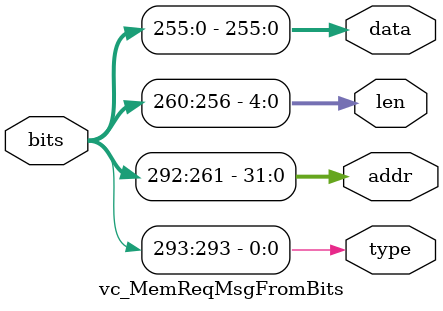
<source format=v>

`ifndef VC_MEM_REQ_MSG_V
`define VC_MEM_REQ_MSG_V


// Data field

`define VC_MEM_REQ_MSG_DATA_SZ( p_addr_sz, p_data_sz )                  \
  p_data_sz

`define VC_MEM_REQ_MSG_DATA_MSB( p_addr_sz, p_data_sz )                 \
  ( `VC_MEM_REQ_MSG_DATA_SZ( p_addr_sz, p_data_sz ) - 1 )

`define VC_MEM_REQ_MSG_DATA_FIELD( p_addr_sz, p_data_sz )               \
  (`VC_MEM_REQ_MSG_DATA_MSB( p_addr_sz, p_data_sz )):                   \
  0

// Length field

`define VC_MEM_REQ_MSG_LEN_SZ( p_addr_sz, p_data_sz )                   \
  ($clog2(p_data_sz/8))

`define VC_MEM_REQ_MSG_LEN_MSB( p_addr_sz, p_data_sz )                  \
  (   `VC_MEM_REQ_MSG_DATA_MSB( p_addr_sz, p_data_sz )                  \
    + `VC_MEM_REQ_MSG_LEN_SZ( p_addr_sz, p_data_sz ) )

`define VC_MEM_REQ_MSG_LEN_FIELD( p_addr_sz, p_data_sz )                \
  (`VC_MEM_REQ_MSG_LEN_MSB( p_addr_sz, p_data_sz )):                    \
  (`VC_MEM_REQ_MSG_DATA_MSB( p_addr_sz, p_data_sz ) + 1)

// Address field

`define VC_MEM_REQ_MSG_ADDR_SZ( p_addr_sz, p_data_sz )                  \
  p_addr_sz

`define VC_MEM_REQ_MSG_ADDR_MSB( p_addr_sz, p_data_sz )                 \
  (   `VC_MEM_REQ_MSG_LEN_MSB( p_addr_sz, p_data_sz )                   \
    + `VC_MEM_REQ_MSG_ADDR_SZ( p_addr_sz, p_data_sz ) )

`define VC_MEM_REQ_MSG_ADDR_FIELD( p_addr_sz, p_data_sz )               \
  (`VC_MEM_REQ_MSG_ADDR_MSB( p_addr_sz, p_data_sz )):                   \
  (`VC_MEM_REQ_MSG_LEN_MSB( p_addr_sz, p_data_sz ) + 1)

// Type field

`define VC_MEM_REQ_MSG_TYPE_SZ( p_addr_sz, p_data_sz ) 1
`define VC_MEM_REQ_MSG_TYPE_READ                       1'd0
`define VC_MEM_REQ_MSG_TYPE_WRITE                      1'd1

`define VC_MEM_REQ_MSG_TYPE_MSB( p_addr_sz, p_data_sz )                 \
  (   `VC_MEM_REQ_MSG_ADDR_MSB( p_addr_sz, p_data_sz )                  \
    + `VC_MEM_REQ_MSG_TYPE_SZ( p_addr_sz, p_data_sz ) )

`define VC_MEM_REQ_MSG_TYPE_FIELD( p_addr_sz, p_data_sz )               \
  (`VC_MEM_REQ_MSG_TYPE_MSB( p_addr_sz, p_data_sz )):                   \
  (`VC_MEM_REQ_MSG_ADDR_MSB( p_addr_sz, p_data_sz ) + 1)

// Total size of message

`define VC_MEM_REQ_MSG_SZ( p_addr_sz, p_data_sz )                       \
  (   `VC_MEM_REQ_MSG_TYPE_SZ( p_addr_sz, p_data_sz )                   \
    + `VC_MEM_REQ_MSG_ADDR_SZ( p_addr_sz, p_data_sz )                   \
    + `VC_MEM_REQ_MSG_LEN_SZ(  p_addr_sz, p_data_sz )                   \
    + `VC_MEM_REQ_MSG_DATA_SZ( p_addr_sz, p_data_sz ) )

//------------------------------------------------------------------------
// Convert message to bits
//------------------------------------------------------------------------

module vc_MemReqMsgToBits
#(
  parameter p_addr_sz = 32,
  parameter p_data_sz = 256
)(
  // Input message

  input [`VC_MEM_REQ_MSG_TYPE_SZ(p_addr_sz,p_data_sz)-1:0] type,
  input [`VC_MEM_REQ_MSG_ADDR_SZ(p_addr_sz,p_data_sz)-1:0] addr,
  input [`VC_MEM_REQ_MSG_LEN_SZ( p_addr_sz,p_data_sz)-1:0] len,
  input [`VC_MEM_REQ_MSG_DATA_SZ(p_addr_sz,p_data_sz)-1:0] data,

  // Output bits

  output [`VC_MEM_REQ_MSG_SZ(p_addr_sz,p_data_sz)-1:0] bits
);

  assign bits[`VC_MEM_REQ_MSG_TYPE_FIELD(p_addr_sz,p_data_sz)] = type;
  assign bits[`VC_MEM_REQ_MSG_ADDR_FIELD(p_addr_sz,p_data_sz)] = addr;
  assign bits[`VC_MEM_REQ_MSG_LEN_FIELD( p_addr_sz,p_data_sz)] = len;
  assign bits[`VC_MEM_REQ_MSG_DATA_FIELD(p_addr_sz,p_data_sz)] = data;

endmodule

//------------------------------------------------------------------------
// Convert message from bits
//------------------------------------------------------------------------

module vc_MemReqMsgFromBits
#(
  parameter p_addr_sz = 32,
  parameter p_data_sz = 256
)(
  // Input bits

  input [`VC_MEM_REQ_MSG_SZ(p_addr_sz,p_data_sz)-1:0] bits,

  // Output message

  output [`VC_MEM_REQ_MSG_TYPE_SZ(p_addr_sz,p_data_sz)-1:0] type,
  output [`VC_MEM_REQ_MSG_ADDR_SZ(p_addr_sz,p_data_sz)-1:0] addr,
  output [`VC_MEM_REQ_MSG_LEN_SZ( p_addr_sz,p_data_sz)-1:0] len,
  output [`VC_MEM_REQ_MSG_DATA_SZ(p_addr_sz,p_data_sz)-1:0] data
);

  assign type = bits[`VC_MEM_REQ_MSG_TYPE_FIELD(p_addr_sz,p_data_sz)];
  assign addr = bits[`VC_MEM_REQ_MSG_ADDR_FIELD(p_addr_sz,p_data_sz)];
  assign len  = bits[`VC_MEM_REQ_MSG_LEN_FIELD( p_addr_sz,p_data_sz)];
  assign data = bits[`VC_MEM_REQ_MSG_DATA_FIELD(p_addr_sz,p_data_sz)];

endmodule

//------------------------------------------------------------------------
// Convert message to string
//------------------------------------------------------------------------

`ifndef SYNTHESIS
module vc_MemReqMsgToStr
#(
  parameter p_addr_sz = 32,
  parameter p_data_sz = 256
)(
  input [`VC_MEM_REQ_MSG_SZ(p_addr_sz,p_data_sz)-1:0] msg
);

  // Extract fields

  wire [`VC_MEM_REQ_MSG_TYPE_SZ(p_addr_sz,p_data_sz)-1:0] type;
  wire [`VC_MEM_REQ_MSG_ADDR_SZ(p_addr_sz,p_data_sz)-1:0] addr;
  wire [`VC_MEM_REQ_MSG_LEN_SZ( p_addr_sz,p_data_sz)-1:0] len;
  wire [`VC_MEM_REQ_MSG_DATA_SZ(p_addr_sz,p_data_sz)-1:0] data;

  vc_MemReqMsgFromBits#(p_addr_sz,p_data_sz) mem_req_msg_from_bits
  (
    .bits (msg),
    .type (type),
    .addr (addr),
    .len  (len),
    .data (data)
  );

  // Short names

  localparam c_msg_sz = `VC_MEM_REQ_MSG_SZ(p_addr_sz,p_data_sz);
  localparam c_read   = `VC_MEM_REQ_MSG_TYPE_READ;
  localparam c_write  = `VC_MEM_REQ_MSG_TYPE_WRITE;

  // Full string sized for 14 characters

  reg [4*8-1:0]  addr_str;
  reg [1*8-1:0]  len_str;
  reg [4*8-1:0]  data_str;

  reg [14*8-1:0] full_str;
  always @(*) begin

    $sformat( addr_str, "%x", addr );
    $sformat( len_str,  "%x", len  );
    $sformat( data_str, "%x", data );

    if ( msg === {c_msg_sz{1'bx}} )
      $sformat( full_str, "x          ");
    else begin
      case ( type )
        c_read  : $sformat( full_str, "rd:%s:%s     ", addr_str, len_str );
        c_write : $sformat( full_str, "wr:%s:%s:%s", addr_str, len_str, data_str );
        default : $sformat( full_str, "undefined type" );
      endcase
    end

  end

  // Tiny string sized for 2 characters

  reg [2*8-1:0] tiny_str;
  always @(*) begin

    if ( msg === {c_msg_sz{1'bx}} )
      $sformat( tiny_str, "x ");
    else begin
      case ( type )
        c_read  : $sformat( tiny_str, "rd" );
        c_write : $sformat( tiny_str, "wr" );
        default : $sformat( tiny_str, "??" );
      endcase
    end

  end

endmodule
`endif /* SYNTHESIS */

`endif /* VC_MEM_REQ_MSG_V */


</source>
